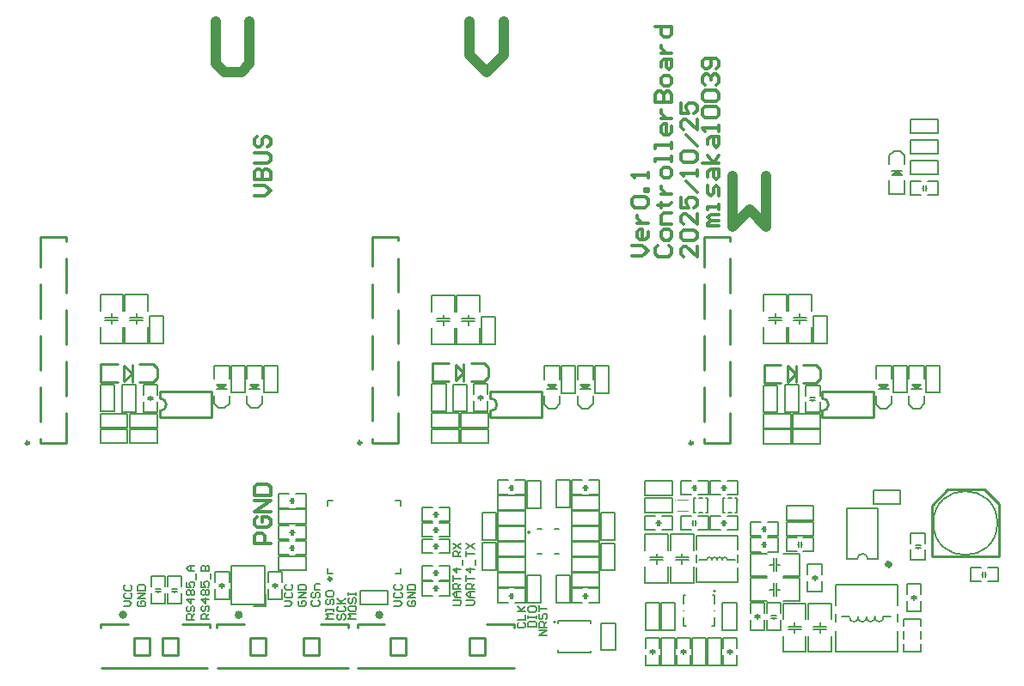
<source format=gbr>
%TF.GenerationSoftware,Altium Limited,Altium Designer,24.0.1 (36)*%
G04 Layer_Color=65535*
%FSLAX45Y45*%
%MOMM*%
%TF.SameCoordinates,B8119A69-DF13-4F5F-B16A-25B655FCA713*%
%TF.FilePolarity,Positive*%
%TF.FileFunction,Legend,Top*%
%TF.Part,Single*%
G01*
G75*
%TA.AperFunction,NonConductor*%
%ADD55C,0.20320*%
%ADD61C,0.10000*%
%ADD62C,0.15001*%
%ADD63C,0.30000*%
%ADD64C,0.40000*%
%ADD65C,0.20000*%
%ADD66C,0.50000*%
%ADD67C,0.25400*%
%ADD68C,0.15240*%
%ADD69C,0.17780*%
%ADD70C,0.12700*%
%ADD71C,0.15000*%
%ADD72C,1.00000*%
D55*
X7076432Y1082048D02*
G03*
X7025632Y1082048I-25400J0D01*
G01*
X7127232D02*
G03*
X7076432Y1082048I-25400J0D01*
G01*
X7025632D02*
G03*
X6974832Y1082048I-25400J0D01*
G01*
X7178032D02*
G03*
X7127232Y1082048I-25400J0D01*
G01*
X8562340Y1093660D02*
G03*
X8511540Y1144460I-50800J0D01*
G01*
Y1144460D02*
G03*
X8460740Y1093660I0J-50800D01*
G01*
X8632718Y522926D02*
G03*
X8715796Y520700I41322J-9186D01*
G01*
X8549640D02*
G03*
X8632718Y522926I41755J-6960D01*
G01*
X8466562D02*
G03*
X8549640Y520700I41322J-9186D01*
G01*
X8383484D02*
G03*
X8466562Y522926I41755J-6960D01*
G01*
X8915400Y177800D02*
X9088120D01*
Y251452D01*
Y429252D02*
Y502920D01*
X8915400D02*
X9088120D01*
Y302252D02*
Y378452D01*
X8915400Y302268D02*
Y378468D01*
Y177800D02*
Y251468D01*
Y429268D02*
Y502920D01*
X6873240Y1183640D02*
Y1323340D01*
X7279640D01*
Y1183640D02*
Y1323340D01*
X7178032Y1082048D02*
X7254240D01*
X6873240Y1056640D02*
Y1132840D01*
Y866140D02*
Y1005840D01*
X6898640Y1082048D02*
X6974832D01*
X7279640Y866140D02*
Y1005840D01*
Y1056640D02*
Y1132840D01*
X6873240Y866140D02*
X7279640D01*
X6593840Y1175720D02*
Y1333200D01*
X6370320Y855680D02*
Y1013160D01*
Y1175720D02*
Y1333200D01*
X6593840Y855680D02*
Y1013160D01*
X6370320Y1333200D02*
X6593840D01*
X6370320Y855680D02*
X6593840D01*
X6845300Y1176020D02*
Y1333500D01*
X6621780Y855980D02*
Y1013460D01*
Y1176020D02*
Y1333500D01*
X6845300Y855980D02*
Y1013460D01*
X6621780Y1333500D02*
X6845300D01*
X6621780Y855980D02*
X6845300D01*
X7952740Y495300D02*
Y652780D01*
X7729220Y175260D02*
Y332740D01*
Y495300D02*
Y652780D01*
X7952740Y175260D02*
Y332740D01*
X7729220Y652780D02*
X7952740D01*
X7729220Y175260D02*
X7952740D01*
X8201660Y495300D02*
Y652780D01*
X7978140Y175260D02*
Y332740D01*
Y495300D02*
Y652780D01*
X8201660Y175260D02*
Y332740D01*
X7978140Y652780D02*
X8201660D01*
X7978140Y175260D02*
X8201660D01*
X7886700Y922020D02*
Y1145540D01*
X7409180Y922020D02*
Y1145540D01*
X7729220D02*
X7886700D01*
X7409180Y922020D02*
X7566660D01*
X7729220D02*
X7886700D01*
X7409180Y1145540D02*
X7566660D01*
X7886700Y678180D02*
Y901700D01*
X7409180Y678180D02*
Y901700D01*
X7729220D02*
X7886700D01*
X7409180Y678180D02*
X7566660D01*
X7729220D02*
X7886700D01*
X7409180Y901700D02*
X7566660D01*
X8562340Y1093660D02*
X8663940D01*
X8359140D02*
X8460740D01*
X8715796Y520700D02*
X8791996D01*
X8307284D02*
X8383484D01*
X8244840Y469900D02*
Y546100D01*
X8854440Y469900D02*
Y546100D01*
Y177800D02*
Y381000D01*
X8244840Y177800D02*
X8854440D01*
X8244840D02*
Y381000D01*
Y635000D02*
Y838200D01*
X8854440D01*
Y635000D02*
Y838200D01*
X7538720Y3220720D02*
Y3378200D01*
X7762240Y3540760D02*
Y3698240D01*
Y3220720D02*
Y3378200D01*
X7538720Y3540760D02*
Y3698240D01*
Y3220720D02*
X7762240D01*
X7538720Y3698240D02*
X7762240D01*
X7782560Y3220720D02*
Y3378200D01*
X8006080Y3540760D02*
Y3698240D01*
Y3220720D02*
Y3378200D01*
X7782560Y3540760D02*
Y3698240D01*
Y3220720D02*
X8006080D01*
X7782560Y3698240D02*
X8006080D01*
X4516120Y3210860D02*
Y3368340D01*
X4739640Y3530900D02*
Y3688380D01*
Y3210860D02*
Y3368340D01*
X4516120Y3530900D02*
Y3688380D01*
Y3210860D02*
X4739640D01*
X4516120Y3688380D02*
X4739640D01*
X1002895Y3220720D02*
Y3378200D01*
X1226415Y3540760D02*
Y3698240D01*
Y3220720D02*
Y3378200D01*
X1002895Y3540760D02*
Y3698240D01*
Y3220720D02*
X1226415D01*
X1002895Y3698240D02*
X1226415D01*
X4269740Y3210860D02*
Y3368340D01*
X4493260Y3530900D02*
Y3688380D01*
Y3210860D02*
Y3368340D01*
X4269740Y3530900D02*
Y3688380D01*
Y3210860D02*
X4493260D01*
X4269740Y3688380D02*
X4493260D01*
X1246735Y3220720D02*
Y3378200D01*
X1470255Y3540760D02*
Y3698240D01*
Y3220720D02*
Y3378200D01*
X1246735Y3540760D02*
Y3698240D01*
Y3220720D02*
X1470255D01*
X1246735Y3698240D02*
X1470255D01*
D61*
X7000138Y1675344D02*
G03*
X7000138Y1675344I-2210J0D01*
G01*
X7289178Y1675524D02*
G03*
X7289178Y1675524I-2210J0D01*
G01*
X6669976Y1671307D02*
G03*
X6669976Y1671307I-5004J0D01*
G01*
X6690370Y1678935D02*
X6790370D01*
X6691970Y1562092D02*
X6791970D01*
D62*
X7061060Y774390D02*
G03*
X7061060Y774390I-7493J0D01*
G01*
X5486273Y469900D02*
G03*
X5486273Y469900I-7493J0D01*
G01*
X6902083Y1690337D02*
X6931822D01*
X6850941Y1550340D02*
Y1690337D01*
X6866828D01*
X6967077D02*
X6982939D01*
X6850941Y1550340D02*
X6866828D01*
X6902083D02*
X6931822D01*
X6967077D02*
X6982939D01*
Y1690337D01*
X7191124Y1690517D02*
X7220862D01*
X7139981Y1550520D02*
Y1690517D01*
X7155868D01*
X7256117D02*
X7271979D01*
X7139981Y1550520D02*
X7155868D01*
X7191124D02*
X7220862D01*
X7256117D02*
X7271979D01*
Y1690517D01*
X6750797Y733742D02*
X6765884D01*
X6750797Y648655D02*
Y733742D01*
X7035709D02*
X7050796D01*
Y648655D02*
Y733742D01*
X6750797Y583654D02*
Y583829D01*
Y433740D02*
Y518828D01*
Y433740D02*
X6771378D01*
X7050796Y583654D02*
Y583829D01*
Y433743D02*
Y518825D01*
X7030209Y433740D02*
X7050796D01*
D63*
X3279180Y895560D02*
G03*
X3279180Y895560I-15000J0D01*
G01*
X3573221Y2237740D02*
G03*
X3573221Y2237740I-15011J0D01*
G01*
X301701Y2235200D02*
G03*
X301701Y2235200I-15011J0D01*
G01*
X6837121D02*
G03*
X6837121Y2235200I-15011J0D01*
G01*
X7094700Y4378480D02*
X6988068D01*
Y4405138D01*
X7014726Y4431796D01*
X7094700D01*
X7014726D01*
X6988068Y4458454D01*
X7014726Y4485112D01*
X7094700D01*
Y4538428D02*
Y4591744D01*
Y4565086D01*
X6988068D01*
Y4538428D01*
X7094700Y4671718D02*
Y4751692D01*
X7068042Y4778350D01*
X7041384Y4751692D01*
Y4698376D01*
X7014726Y4671718D01*
X6988068Y4698376D01*
Y4778350D01*
Y4858324D02*
Y4911640D01*
X7014726Y4938298D01*
X7094700D01*
Y4858324D01*
X7068042Y4831666D01*
X7041384Y4858324D01*
Y4938298D01*
X7094700Y4991614D02*
X6934752D01*
X7041384D02*
X6988068Y5071589D01*
X7041384Y4991614D02*
X7094700Y5071589D01*
X6988068Y5178221D02*
Y5231537D01*
X7014726Y5258195D01*
X7094700D01*
Y5178221D01*
X7068042Y5151562D01*
X7041384Y5178221D01*
Y5258195D01*
X7094700Y5311511D02*
Y5364827D01*
Y5338169D01*
X6934752D01*
X6961410Y5311511D01*
Y5444801D02*
X6934752Y5471459D01*
Y5524775D01*
X6961410Y5551433D01*
X7068042D01*
X7094700Y5524775D01*
Y5471459D01*
X7068042Y5444801D01*
X6961410D01*
Y5604749D02*
X6934752Y5631407D01*
Y5684723D01*
X6961410Y5711381D01*
X7068042D01*
X7094700Y5684723D01*
Y5631407D01*
X7068042Y5604749D01*
X6961410D01*
Y5764697D02*
X6934752Y5791355D01*
Y5844671D01*
X6961410Y5871329D01*
X6988068D01*
X7014726Y5844671D01*
Y5818013D01*
Y5844671D01*
X7041384Y5871329D01*
X7068042D01*
X7094700Y5844671D01*
Y5791355D01*
X7068042Y5764697D01*
Y5924645D02*
X7094700Y5951303D01*
Y6004619D01*
X7068042Y6031277D01*
X6961410D01*
X6934752Y6004619D01*
Y5951303D01*
X6961410Y5924645D01*
X6988068D01*
X7014726Y5951303D01*
Y6031277D01*
X6878800Y4177772D02*
Y4071140D01*
X6772168Y4177772D01*
X6745510D01*
X6718852Y4151114D01*
Y4097798D01*
X6745510Y4071140D01*
Y4231088D02*
X6718852Y4257746D01*
Y4311062D01*
X6745510Y4337720D01*
X6852142D01*
X6878800Y4311062D01*
Y4257746D01*
X6852142Y4231088D01*
X6745510D01*
X6878800Y4497668D02*
Y4391036D01*
X6772168Y4497668D01*
X6745510D01*
X6718852Y4471010D01*
Y4417694D01*
X6745510Y4391036D01*
X6718852Y4657617D02*
Y4550984D01*
X6798826D01*
X6772168Y4604300D01*
Y4630958D01*
X6798826Y4657617D01*
X6852142D01*
X6878800Y4630958D01*
Y4577642D01*
X6852142Y4550984D01*
X6878800Y4710932D02*
X6772168Y4817565D01*
X6878800Y4870881D02*
Y4924197D01*
Y4897539D01*
X6718852D01*
X6745510Y4870881D01*
Y5004171D02*
X6718852Y5030829D01*
Y5084145D01*
X6745510Y5110803D01*
X6852142D01*
X6878800Y5084145D01*
Y5030829D01*
X6852142Y5004171D01*
X6745510D01*
X6878800Y5164119D02*
X6772168Y5270751D01*
X6878800Y5430699D02*
Y5324067D01*
X6772168Y5430699D01*
X6745510D01*
X6718852Y5404041D01*
Y5350725D01*
X6745510Y5324067D01*
X6718852Y5590647D02*
Y5484015D01*
X6798826D01*
X6772168Y5537331D01*
Y5563989D01*
X6798826Y5590647D01*
X6852142D01*
X6878800Y5563989D01*
Y5510673D01*
X6852142Y5484015D01*
X6236252Y4078760D02*
X6342884D01*
X6396200Y4132076D01*
X6342884Y4185392D01*
X6236252D01*
X6396200Y4318682D02*
Y4265366D01*
X6369542Y4238708D01*
X6316226D01*
X6289568Y4265366D01*
Y4318682D01*
X6316226Y4345340D01*
X6342884D01*
Y4238708D01*
X6289568Y4398656D02*
X6396200D01*
X6342884D01*
X6316226Y4425314D01*
X6289568Y4451972D01*
Y4478630D01*
X6262910Y4558604D02*
X6236252Y4585262D01*
Y4638578D01*
X6262910Y4665237D01*
X6369542D01*
X6396200Y4638578D01*
Y4585262D01*
X6369542Y4558604D01*
X6262910D01*
X6396200Y4718552D02*
X6369542D01*
Y4745210D01*
X6396200D01*
Y4718552D01*
Y4851842D02*
Y4905159D01*
Y4878501D01*
X6236252D01*
X6262910Y4851842D01*
X6496590Y4182852D02*
X6469932Y4156194D01*
Y4102878D01*
X6496590Y4076220D01*
X6603222D01*
X6629880Y4102878D01*
Y4156194D01*
X6603222Y4182852D01*
X6629880Y4262826D02*
Y4316142D01*
X6603222Y4342800D01*
X6549906D01*
X6523248Y4316142D01*
Y4262826D01*
X6549906Y4236168D01*
X6603222D01*
X6629880Y4262826D01*
Y4396116D02*
X6523248D01*
Y4476090D01*
X6549906Y4502748D01*
X6629880D01*
X6496590Y4582722D02*
X6523248D01*
Y4556064D01*
Y4609380D01*
Y4582722D01*
X6603222D01*
X6629880Y4609380D01*
X6523248Y4689354D02*
X6629880D01*
X6576564D01*
X6549906Y4716012D01*
X6523248Y4742670D01*
Y4769329D01*
X6629880Y4875961D02*
Y4929277D01*
X6603222Y4955935D01*
X6549906D01*
X6523248Y4929277D01*
Y4875961D01*
X6549906Y4849302D01*
X6603222D01*
X6629880Y4875961D01*
Y5009251D02*
Y5062567D01*
Y5035909D01*
X6469932D01*
Y5009251D01*
X6629880Y5142541D02*
Y5195857D01*
Y5169199D01*
X6469932D01*
Y5142541D01*
X6629880Y5355805D02*
Y5302489D01*
X6603222Y5275831D01*
X6549906D01*
X6523248Y5302489D01*
Y5355805D01*
X6549906Y5382463D01*
X6576564D01*
Y5275831D01*
X6523248Y5435779D02*
X6629880D01*
X6576564D01*
X6549906Y5462437D01*
X6523248Y5489095D01*
Y5515753D01*
X6469932Y5595727D02*
X6629880D01*
Y5675701D01*
X6603222Y5702359D01*
X6576564D01*
X6549906Y5675701D01*
Y5595727D01*
Y5675701D01*
X6523248Y5702359D01*
X6496590D01*
X6469932Y5675701D01*
Y5595727D01*
X6629880Y5782333D02*
Y5835649D01*
X6603222Y5862307D01*
X6549906D01*
X6523248Y5835649D01*
Y5782333D01*
X6549906Y5755675D01*
X6603222D01*
X6629880Y5782333D01*
X6523248Y5942281D02*
Y5995597D01*
X6549906Y6022255D01*
X6629880D01*
Y5942281D01*
X6603222Y5915623D01*
X6576564Y5942281D01*
Y6022255D01*
X6523248Y6075571D02*
X6629880D01*
X6576564D01*
X6549906Y6102229D01*
X6523248Y6128887D01*
Y6155545D01*
X6469932Y6342152D02*
X6629880D01*
Y6262177D01*
X6603222Y6235519D01*
X6549906D01*
X6523248Y6262177D01*
Y6342152D01*
X2520232Y4671983D02*
X2626864D01*
X2680180Y4725299D01*
X2626864Y4778615D01*
X2520232D01*
Y4831931D02*
X2680180D01*
Y4911905D01*
X2653522Y4938563D01*
X2626864D01*
X2600206Y4911905D01*
Y4831931D01*
Y4911905D01*
X2573548Y4938563D01*
X2546890D01*
X2520232Y4911905D01*
Y4831931D01*
Y4991879D02*
X2653522D01*
X2680180Y5018537D01*
Y5071853D01*
X2653522Y5098512D01*
X2520232D01*
X2546890Y5258460D02*
X2520232Y5231802D01*
Y5178485D01*
X2546890Y5151827D01*
X2573548D01*
X2600206Y5178485D01*
Y5231802D01*
X2626864Y5258460D01*
X2653522D01*
X2680180Y5231802D01*
Y5178485D01*
X2653522Y5151827D01*
X2680180Y1241580D02*
X2520232D01*
Y1321554D01*
X2546890Y1348212D01*
X2600206D01*
X2626864Y1321554D01*
Y1241580D01*
X2546890Y1508160D02*
X2520232Y1481502D01*
Y1428186D01*
X2546890Y1401528D01*
X2653522D01*
X2680180Y1428186D01*
Y1481502D01*
X2653522Y1508160D01*
X2600206D01*
Y1454844D01*
X2680180Y1561476D02*
X2520232D01*
X2680180Y1668108D01*
X2520232D01*
Y1721424D02*
X2680180D01*
Y1801398D01*
X2653522Y1828057D01*
X2546890D01*
X2520232Y1801398D01*
Y1721424D01*
D64*
X1246740Y540300D02*
G03*
X1246740Y540300I-20000J0D01*
G01*
X3771580D02*
G03*
X3771580Y540300I-20000J0D01*
G01*
X2388120D02*
G03*
X2388120Y540300I-20000J0D01*
G01*
D65*
X5232740Y1354920D02*
G03*
X5232740Y1354920I-10000J0D01*
G01*
X9837460Y1445260D02*
G03*
X9837460Y1445260I-315000J0D01*
G01*
X8359140Y1593660D02*
X8663940D01*
X8359140Y1093660D02*
Y1593660D01*
X8663940Y1093660D02*
Y1593660D01*
X2517140Y627380D02*
X2628900D01*
X2631440D02*
Y741680D01*
D66*
X8780990Y1038860D02*
G03*
X8780990Y1038860I-15450J0D01*
G01*
D67*
X4846320Y2550160D02*
G03*
X4846320Y2677160I0J63500D01*
G01*
X1590040Y2550160D02*
G03*
X1590040Y2677160I0J63500D01*
G01*
X8110440Y2550160D02*
G03*
X8110440Y2677160I0J63500D01*
G01*
X8836660Y4899660D02*
X8851900Y4904740D01*
X8867140Y4886960D01*
X8823960Y4889500D02*
X8867140Y4886960D01*
X1769140Y146600D02*
Y311700D01*
X1616740Y146600D02*
X1769140D01*
X1616740D02*
Y311700D01*
X1769140D01*
X1335960D02*
X1488360D01*
Y146600D02*
Y311700D01*
X1335960Y146600D02*
X1488360D01*
X1335960D02*
Y311700D01*
X1013540Y12700D02*
X2054240D01*
X1010840Y413300D02*
Y448860D01*
X1277540D01*
X1812320D02*
X2079020D01*
Y413300D02*
Y448860D01*
X4793980Y146600D02*
Y311700D01*
X4641580Y146600D02*
X4793980D01*
X4641580D02*
Y311700D01*
X4793980D01*
X3860800D02*
X4013200D01*
Y146600D02*
Y311700D01*
X3860800Y146600D02*
X4013200D01*
X3860800D02*
Y311700D01*
X3538380Y12700D02*
X5079080D01*
X3535680Y413300D02*
Y448860D01*
X3802380D01*
X4811760D02*
X5078460D01*
Y413300D02*
Y448860D01*
X3445000Y413300D02*
Y448860D01*
X3178300D02*
X3445000D01*
X2152220D02*
X2418920D01*
X2152220Y413300D02*
Y448860D01*
X2154920Y12700D02*
X3445620D01*
X2477340Y146600D02*
Y311700D01*
Y146600D02*
X2629740D01*
Y311700D01*
X2477340D02*
X2629740D01*
X3008120D02*
X3160520D01*
X3008120Y146600D02*
Y311700D01*
Y146600D02*
X3160520D01*
Y311700D01*
X3685210Y2451351D02*
Y2786123D01*
Y2959351D02*
Y3294123D01*
Y3975357D02*
Y4269743D01*
Y3467351D02*
Y3802123D01*
Y4269743D02*
X3939210D01*
X3685210Y2237737D02*
Y2278123D01*
X3939210Y2705351D02*
Y3040123D01*
X3685210Y2237737D02*
X3939210D01*
Y2532123D01*
Y3213351D02*
Y3548123D01*
Y4229357D02*
Y4269743D01*
Y3721351D02*
Y4056123D01*
X9039860Y2784660D02*
X9055100Y2789740D01*
X9024620Y2802440D02*
X9039860Y2784660D01*
X9024620Y2802440D02*
X9067800Y2799900D01*
X8714740Y2784960D02*
X8729980Y2790040D01*
X8699500Y2802740D02*
X8714740Y2784960D01*
X8699500Y2802740D02*
X8742680Y2800200D01*
X667690Y3718811D02*
Y4053583D01*
Y4226817D02*
Y4267203D01*
Y3210811D02*
Y3545583D01*
Y2235197D02*
Y2529583D01*
X413690Y2235197D02*
X667690D01*
Y2702811D02*
Y3037583D01*
X413690Y2235197D02*
Y2275583D01*
Y4267203D02*
X667690D01*
X413690Y3464811D02*
Y3799583D01*
Y3972817D02*
Y4267203D01*
Y2956811D02*
Y3291583D01*
Y2448811D02*
Y2783583D01*
X7203110Y3718811D02*
Y4053583D01*
Y4226817D02*
Y4267203D01*
Y3210811D02*
Y3545583D01*
Y2235197D02*
Y2529583D01*
X6949110Y2235197D02*
X7203110D01*
Y2702811D02*
Y3037583D01*
X6949110Y2235197D02*
Y2275583D01*
Y4267203D02*
X7203110D01*
X6949110Y3464811D02*
Y3799583D01*
Y3972817D02*
Y4267203D01*
Y2956811D02*
Y3291583D01*
Y2448811D02*
Y2783583D01*
X4846320Y2486660D02*
Y2550160D01*
Y2677160D02*
Y2740660D01*
X5354320D01*
Y2486660D02*
Y2740660D01*
X4846320Y2486660D02*
X5354320D01*
X1590040D02*
Y2550160D01*
Y2677160D02*
Y2740660D01*
X2098040D01*
Y2486660D02*
Y2740660D01*
X1590040Y2486660D02*
X2098040D01*
X8110440D02*
Y2550160D01*
Y2677160D02*
Y2740660D01*
X8618440D01*
Y2486660D02*
Y2740660D01*
X8110440Y2486660D02*
X8618440D01*
X9192460Y1115260D02*
Y1620260D01*
X9347460Y1775260D01*
X9707460D01*
X9852460Y1115260D02*
Y1630260D01*
X9192460Y1115260D02*
X9852460D01*
X9707460Y1775260D02*
X9852460Y1630260D01*
X7771604Y2836672D02*
X7848820Y2913888D01*
X7771604Y2836672D02*
Y2993390D01*
X7852884Y2912110D01*
X7540210Y3004820D02*
X7705310D01*
X7540210Y2827020D02*
X7705310D01*
X7540210D02*
Y3004820D01*
X7852884Y2831846D02*
Y2996438D01*
X8054560Y2827020D02*
X8097740Y2870200D01*
X7921210Y2827020D02*
X8054560D01*
X7921210Y3004820D02*
X8054560D01*
X8097740Y2961640D01*
Y2870200D02*
Y2961640D01*
X4502404Y2851912D02*
X4579620Y2929128D01*
X4502404Y2851912D02*
Y3008630D01*
X4583684Y2927350D01*
X4271010Y3020060D02*
X4436110D01*
X4271010Y2842260D02*
X4436110D01*
X4271010D02*
Y3020060D01*
X4583684Y2847086D02*
Y3011678D01*
X4785360Y2842260D02*
X4828540Y2885440D01*
X4652010Y2842260D02*
X4785360D01*
X4652010Y3020060D02*
X4785360D01*
X4828540Y2976880D01*
Y2885440D02*
Y2976880D01*
X1239774Y2843132D02*
X1316990Y2920348D01*
X1239774Y2843132D02*
Y2999850D01*
X1321054Y2918570D01*
X1008380Y3011280D02*
X1173480D01*
X1008380Y2833480D02*
X1173480D01*
X1008380D02*
Y3011280D01*
X1321054Y2838306D02*
Y3002898D01*
X1522730Y2833480D02*
X1565910Y2876660D01*
X1389380Y2833480D02*
X1522730D01*
X1389380Y3011280D02*
X1522730D01*
X1565910Y2968100D01*
Y2876660D02*
Y2968100D01*
X5760720Y2801320D02*
X5803900Y2798780D01*
X5760720Y2801320D02*
X5775960Y2783540D01*
X5791200Y2788620D01*
X2504440Y2803860D02*
X2547620Y2801320D01*
X2504440Y2803860D02*
X2519680Y2786080D01*
X2534920Y2791160D01*
X5435600Y2801620D02*
X5478780Y2799080D01*
X5435600Y2801620D02*
X5450840Y2783840D01*
X5466080Y2788920D01*
X2179320Y2803860D02*
X2222500Y2801320D01*
X2179320Y2803860D02*
X2194560Y2786080D01*
X2209800Y2791160D01*
D68*
X9131300Y4724400D02*
Y4775200D01*
X9110980Y4724400D02*
Y4775200D01*
X9098280Y4749800D02*
X9110980D01*
X9131300D02*
X9144000D01*
X8986520Y4818380D02*
X9088120D01*
X9154160Y4681220D02*
X9255760D01*
X8986520D02*
X9088120D01*
X9154160Y4818380D02*
X9255760D01*
X8986520Y4681220D02*
Y4818380D01*
X9255760Y4681220D02*
Y4818380D01*
X8806180Y4879340D02*
X8895080D01*
X8851900Y4919980D02*
X8895080Y4879340D01*
X8798560Y4919980D02*
X8900160D01*
X8806180Y4879340D02*
X8846820Y4919980D01*
X4175760Y883920D02*
Y1021080D01*
X4445000Y883920D02*
Y1021080D01*
X4175760Y883920D02*
X4277360D01*
X4343400Y1021080D02*
X4445000D01*
X4175760D02*
X4277360D01*
X4343400Y883920D02*
X4445000D01*
X4287520Y952500D02*
X4300220D01*
X4320540D02*
X4333240D01*
X4320540Y927100D02*
Y977900D01*
X4300220Y927100D02*
Y977900D01*
X4175760Y731520D02*
Y868680D01*
X4445000Y731520D02*
Y868680D01*
X4175760Y731520D02*
X4277360D01*
X4343400Y868680D02*
X4445000D01*
X4175760D02*
X4277360D01*
X4343400Y731520D02*
X4445000D01*
X4287520Y800100D02*
X4300220D01*
X4320540D02*
X4333240D01*
X4320540Y774700D02*
Y825500D01*
X4300220Y774700D02*
Y825500D01*
X2758440Y982980D02*
Y1120140D01*
X3027680D01*
Y982980D02*
Y1120140D01*
X2758440Y982980D02*
X3027680D01*
X2758440Y1595120D02*
Y1732280D01*
X3027680Y1595120D02*
Y1732280D01*
X2758440Y1595120D02*
X2860040D01*
X2926080Y1732280D02*
X3027680D01*
X2758440D02*
X2860040D01*
X2926080Y1595120D02*
X3027680D01*
X2870200Y1663700D02*
X2882900D01*
X2903220D02*
X2915920D01*
X2903220Y1638300D02*
Y1689100D01*
X2882900Y1638300D02*
Y1689100D01*
X2759600Y1287780D02*
Y1424940D01*
X3028840Y1287780D02*
Y1424940D01*
X2759600Y1287780D02*
X2861200D01*
X2927240Y1424940D02*
X3028840D01*
X2759600D02*
X2861200D01*
X2927240Y1287780D02*
X3028840D01*
X2871360Y1356360D02*
X2884060D01*
X2904380D02*
X2917080D01*
X2904380Y1330960D02*
Y1381760D01*
X2884060Y1330960D02*
Y1381760D01*
X2758440Y1135380D02*
Y1272540D01*
X3027680Y1135380D02*
Y1272540D01*
X2758440Y1135380D02*
X2860040D01*
X2926080Y1272540D02*
X3027680D01*
X2758440D02*
X2860040D01*
X2926080Y1135380D02*
X3027680D01*
X2870200Y1203960D02*
X2882900D01*
X2903220D02*
X2915920D01*
X2903220Y1178560D02*
Y1229360D01*
X2882900Y1178560D02*
Y1229360D01*
X4443840Y1463040D02*
Y1600200D01*
X4174600Y1463040D02*
Y1600200D01*
X4342240D02*
X4443840D01*
X4174600Y1463040D02*
X4276200D01*
X4342240D02*
X4443840D01*
X4174600Y1600200D02*
X4276200D01*
X4319380Y1531620D02*
X4332080D01*
X4286360D02*
X4299060D01*
Y1506220D02*
Y1557020D01*
X4319380Y1506220D02*
Y1557020D01*
X4443840Y1308100D02*
Y1445260D01*
X4174600Y1308100D02*
Y1445260D01*
X4342240D02*
X4443840D01*
X4174600Y1308100D02*
X4276200D01*
X4342240D02*
X4443840D01*
X4174600Y1445260D02*
X4276200D01*
X4319380Y1376680D02*
X4332080D01*
X4286360D02*
X4299060D01*
Y1351280D02*
Y1402080D01*
X4319380Y1351280D02*
Y1402080D01*
X4445000Y1153160D02*
Y1290320D01*
X4175760Y1153160D02*
Y1290320D01*
X4343400D02*
X4445000D01*
X4175760Y1153160D02*
X4277360D01*
X4343400D02*
X4445000D01*
X4175760Y1290320D02*
X4277360D01*
X4320540Y1221740D02*
X4333240D01*
X4287520D02*
X4300220D01*
Y1196340D02*
Y1247140D01*
X4320540Y1196340D02*
Y1247140D01*
X2758440Y1442720D02*
Y1579880D01*
X3027680D01*
Y1442720D02*
Y1579880D01*
X2758440Y1442720D02*
X3027680D01*
X3831700Y640080D02*
Y777240D01*
X3562460Y640080D02*
X3831700D01*
X3562460D02*
Y777240D01*
X3831700D01*
X6070600Y1281540D02*
Y1550780D01*
X5933440D02*
X6070600D01*
X5933440Y1281540D02*
Y1550780D01*
Y1281540D02*
X6070600D01*
X4917440Y815340D02*
X5186680D01*
Y952500D01*
X4917440D02*
X5186680D01*
X4917440Y815340D02*
Y952500D01*
X5041900Y706120D02*
Y756920D01*
X5062220Y706120D02*
Y756920D01*
Y731520D02*
X5074920D01*
X5029200D02*
X5041900D01*
X5085080Y662940D02*
X5186680D01*
X4917440Y800100D02*
X5019040D01*
X5085080D02*
X5186680D01*
X4917440Y662940D02*
X5019040D01*
X5186680D02*
Y800100D01*
X4917440Y662940D02*
Y800100D01*
X8948420Y845820D02*
X9085580D01*
X8948420Y576580D02*
X9085580D01*
X8948420Y744220D02*
Y845820D01*
X9085580Y576580D02*
Y678180D01*
Y744220D02*
Y845820D01*
X8948420Y576580D02*
Y678180D01*
X9017000Y721360D02*
Y734060D01*
Y688340D02*
Y701040D01*
X8991600D02*
X9042400D01*
X8991600Y721360D02*
X9042400D01*
X9573260Y871220D02*
Y1008380D01*
X9842500Y871220D02*
Y1008380D01*
X9573260Y871220D02*
X9674860D01*
X9740900Y1008380D02*
X9842500D01*
X9573260D02*
X9674860D01*
X9740900Y871220D02*
X9842500D01*
X9685020Y939800D02*
X9697720D01*
X9718040D02*
X9730740D01*
X9718040Y914400D02*
Y965200D01*
X9697720Y914400D02*
Y965200D01*
X1663700Y649080D02*
X1800860D01*
X1663700Y918320D02*
X1800860D01*
Y649080D02*
Y750680D01*
X1663700Y816720D02*
Y918320D01*
Y649080D02*
Y750680D01*
X1800860Y816720D02*
Y918320D01*
X1732280Y760840D02*
Y773540D01*
Y793860D02*
Y806560D01*
X1706880Y793860D02*
X1757680D01*
X1706880Y773540D02*
X1757680D01*
X5829300Y454660D02*
X5829440Y480200D01*
X5514200D02*
X5829440D01*
X5514200D02*
X5514340Y457200D01*
X5514200Y164960D02*
X5514340Y190500D01*
X5514200Y164960D02*
X5829440D01*
X5829300Y187960D02*
X5829440Y164960D01*
X5938520Y190500D02*
X6075680D01*
X5938520D02*
Y459740D01*
X6075680D01*
Y190500D02*
Y459740D01*
X1508760Y918320D02*
X1645920D01*
X1508760Y649080D02*
X1645920D01*
X1508760Y816720D02*
Y918320D01*
X1645920Y649080D02*
Y750680D01*
Y816720D02*
Y918320D01*
X1508760Y649080D02*
Y750680D01*
X1577340Y793860D02*
Y806560D01*
Y760840D02*
Y773540D01*
X1551940D02*
X1602740D01*
X1551940Y793860D02*
X1602740D01*
X4478020Y2545080D02*
X4615180D01*
X4478020D02*
Y2814320D01*
X4615180D01*
Y2545080D02*
Y2814320D01*
X1216660Y2542540D02*
X1353820D01*
X1216660D02*
Y2811780D01*
X1353820D01*
Y2542540D02*
Y2811780D01*
X7744460Y2537460D02*
X7881620D01*
X7744460D02*
Y2806700D01*
X7881620D01*
Y2537460D02*
Y2806700D01*
X8996680Y2810060D02*
X9085580D01*
X8996680D02*
X9039860Y2769420D01*
X8991600D02*
X9093200D01*
X9044940D02*
X9085580Y2810060D01*
X9273540Y2730240D02*
Y2999480D01*
X9136380D02*
X9273540D01*
X9136380Y2730240D02*
Y2999480D01*
Y2730240D02*
X9273540D01*
X4406900Y2547620D02*
Y2816860D01*
X4269740D02*
X4406900D01*
X4269740Y2547620D02*
Y2816860D01*
Y2547620D02*
X4406900D01*
X5186680Y1272540D02*
Y1409700D01*
X4917440Y1272540D02*
X5186680D01*
X4917440D02*
Y1409700D01*
X5186680D01*
Y1424940D02*
Y1562100D01*
X4917440Y1424940D02*
X5186680D01*
X4917440D02*
Y1562100D01*
X5186680D01*
Y1120140D02*
Y1257300D01*
X4917440Y1120140D02*
X5186680D01*
X4917440D02*
Y1257300D01*
X5186680D01*
Y967740D02*
Y1104900D01*
X4917440Y967740D02*
X5186680D01*
X4917440D02*
Y1104900D01*
X5186680D01*
X4917440Y1577340D02*
Y1714500D01*
X5186680D01*
Y1577340D02*
Y1714500D01*
X4917440Y1577340D02*
X5186680D01*
X4917440Y1729740D02*
Y1866900D01*
X5186680Y1729740D02*
Y1866900D01*
X4917440Y1729740D02*
X5019040D01*
X5085080Y1866900D02*
X5186680D01*
X4917440D02*
X5019040D01*
X5085080Y1729740D02*
X5186680D01*
X5029200Y1798320D02*
X5041900D01*
X5062220D02*
X5074920D01*
X5062220Y1772920D02*
Y1823720D01*
X5041900Y1772920D02*
Y1823720D01*
X6482080Y1043640D02*
Y1081740D01*
Y1107140D02*
Y1145240D01*
X6418580Y1107140D02*
X6545580D01*
X6418580Y1081740D02*
X6545580D01*
X6733540Y1043940D02*
Y1082040D01*
Y1107440D02*
Y1145540D01*
X6670040Y1107440D02*
X6797040D01*
X6670040Y1082040D02*
X6797040D01*
X6827840Y43710D02*
X6965000D01*
Y312950D01*
X6827840Y43710D02*
Y312950D01*
X6965000D01*
X6523040Y43710D02*
X6660200D01*
Y312950D01*
X6523040Y43710D02*
Y312950D01*
X6660200D01*
X6507800Y43710D02*
Y145310D01*
X6439220Y155470D02*
Y168170D01*
X6370640Y43710D02*
X6507800D01*
X6370640D02*
Y145310D01*
X6413820Y168170D02*
X6464620D01*
X6413820Y188490D02*
X6464620D01*
X6507800Y211350D02*
Y312950D01*
X6439220Y188490D02*
Y201190D01*
X6370640Y312950D02*
X6507800D01*
X6370640Y211350D02*
Y312950D01*
X6812600Y211350D02*
Y312950D01*
X6744020Y188490D02*
Y201190D01*
X6718620Y168170D02*
X6769420D01*
X6812600Y43710D02*
Y145310D01*
X6744020Y155470D02*
Y168170D01*
X6675440Y312950D02*
X6812600D01*
X6675440Y211350D02*
Y312950D01*
X6718620Y188490D02*
X6769420D01*
X6675440Y43710D02*
X6812600D01*
X6675440D02*
Y145310D01*
X6980240Y312950D02*
X7117400D01*
X6980240Y43710D02*
Y312950D01*
X7117400Y43710D02*
Y312950D01*
X6980240Y43710D02*
X7117400D01*
X7840980Y363220D02*
Y401320D01*
Y426720D02*
Y464820D01*
X7777480Y426720D02*
X7904480D01*
X7777480Y401320D02*
X7904480D01*
X8615680Y1630680D02*
Y1767840D01*
Y1630680D02*
X8884920D01*
X8615680Y1767840D02*
X8884920D01*
Y1630680D02*
Y1767840D01*
X8089900Y363220D02*
Y401320D01*
Y426720D02*
Y464820D01*
X8026400Y426720D02*
X8153400D01*
X8026400Y401320D02*
X8153400D01*
X8671560Y2810360D02*
X8760460D01*
X8671560D02*
X8714740Y2769720D01*
X8666480D02*
X8768080D01*
X8719820D02*
X8760460Y2810360D01*
X6367780Y1379220D02*
Y1516380D01*
X6637020Y1379220D02*
Y1516380D01*
X6367780Y1379220D02*
X6469380D01*
X6535420Y1516380D02*
X6637020D01*
X6367780D02*
X6469380D01*
X6535420Y1379220D02*
X6637020D01*
X6479540Y1447800D02*
X6492240D01*
X6512560D02*
X6525260D01*
X6512560Y1422400D02*
Y1473200D01*
X6492240Y1422400D02*
Y1473200D01*
X6637020Y1551940D02*
Y1689100D01*
X6367780Y1551940D02*
X6637020D01*
X6367780D02*
Y1689100D01*
X6637020D01*
Y1722120D02*
Y1859280D01*
X6367780Y1722120D02*
X6637020D01*
X6367780D02*
Y1859280D01*
X6637020D01*
X4765040Y1279000D02*
X4902200D01*
X4765040D02*
Y1548240D01*
X4902200D01*
Y1279000D02*
Y1548240D01*
X5204460Y1864360D02*
X5341620D01*
Y1595120D02*
Y1864360D01*
X5204460Y1595120D02*
X5341620D01*
X5204460D02*
Y1864360D01*
X4765040Y1250840D02*
X4902200D01*
Y981600D02*
Y1250840D01*
X4765040Y981600D02*
X4902200D01*
X4765040D02*
Y1250840D01*
X5204460Y662940D02*
X5341620D01*
X5204460D02*
Y932180D01*
X5341620D01*
Y662940D02*
Y932180D01*
X5933440Y1248300D02*
X6070600D01*
Y979060D02*
Y1248300D01*
X5933440Y979060D02*
X6070600D01*
X5933440D02*
Y1248300D01*
X5648960Y1120140D02*
Y1257300D01*
X5918200D01*
Y1120140D02*
Y1257300D01*
X5648960Y1120140D02*
X5918200D01*
X5494020Y662940D02*
X5631180D01*
X5494020D02*
Y932180D01*
X5631180D01*
Y662940D02*
Y932180D01*
X5648960Y967740D02*
Y1104900D01*
X5918200D01*
Y967740D02*
Y1104900D01*
X5648960Y967740D02*
X5918200D01*
X5918200Y815340D02*
Y952500D01*
X5648960Y815340D02*
X5918200D01*
X5648960D02*
Y952500D01*
X5918200D01*
X5918200Y662940D02*
Y800100D01*
X5648960Y662940D02*
Y800100D01*
X5816600D02*
X5918200D01*
X5648960Y662940D02*
X5750560D01*
X5816600D02*
X5918200D01*
X5648960Y800100D02*
X5750560D01*
X5793740Y731520D02*
X5806440D01*
X5760720D02*
X5773420D01*
Y706120D02*
Y756920D01*
X5793740Y706120D02*
Y756920D01*
X5648960Y1272540D02*
Y1409700D01*
X5918200D01*
Y1272540D02*
Y1409700D01*
X5648960Y1272540D02*
X5918200D01*
X5494020Y1866900D02*
X5631180D01*
Y1597660D02*
Y1866900D01*
X5494020Y1597660D02*
X5631180D01*
X5494020D02*
Y1866900D01*
X5648960Y1424940D02*
Y1562100D01*
X5918200D01*
Y1424940D02*
Y1562100D01*
X5648960Y1424940D02*
X5918200D01*
X5918200Y1577340D02*
Y1714500D01*
X5648960Y1577340D02*
X5918200D01*
X5648960D02*
Y1714500D01*
X5918200D01*
X5918200Y1729740D02*
Y1866900D01*
X5648960Y1729740D02*
Y1866900D01*
X5816600D02*
X5918200D01*
X5648960Y1729740D02*
X5750560D01*
X5816600D02*
X5918200D01*
X5648960Y1866900D02*
X5750560D01*
X5793740Y1798320D02*
X5806440D01*
X5760720D02*
X5773420D01*
Y1772920D02*
Y1823720D01*
X5793740Y1772920D02*
Y1823720D01*
X7132320Y387460D02*
Y656700D01*
Y387460D02*
X7269480D01*
X7132320Y656700D02*
X7269480D01*
Y387460D02*
Y656700D01*
X6510020Y390000D02*
Y659240D01*
X6372860D02*
X6510020D01*
X6372860Y390000D02*
X6510020D01*
X6372860D02*
Y659240D01*
X7675880Y1163320D02*
Y1300480D01*
X7406640Y1163320D02*
Y1300480D01*
X7574280D02*
X7675880D01*
X7406640Y1163320D02*
X7508240D01*
X7574280D02*
X7675880D01*
X7406640Y1300480D02*
X7508240D01*
X7551420Y1231900D02*
X7564120D01*
X7518400D02*
X7531100D01*
Y1206500D02*
Y1257300D01*
X7551420Y1206500D02*
Y1257300D01*
X7660640Y970280D02*
Y1097280D01*
X7635240Y970280D02*
Y1097280D01*
X7597140Y1033780D02*
X7635240D01*
X7660640D02*
X7698740D01*
X7660640Y726440D02*
Y853440D01*
X7635240Y726440D02*
Y853440D01*
X7597140Y789940D02*
X7635240D01*
X7660640D02*
X7698740D01*
X6525260Y390000D02*
Y659240D01*
Y390000D02*
X6662420D01*
X6525260Y659240D02*
X6662420D01*
Y390000D02*
Y659240D01*
X7132640Y43710D02*
Y145310D01*
Y43710D02*
X7269800D01*
X7175820Y188490D02*
X7226620D01*
X7132640Y211350D02*
Y312950D01*
X7269800D01*
X7201220Y155470D02*
Y168170D01*
X7269800Y43710D02*
Y145310D01*
X7175820Y168170D02*
X7226620D01*
X7201220Y188490D02*
Y201190D01*
X7269800Y211350D02*
Y312950D01*
X7675880Y1318260D02*
Y1455420D01*
X7406640Y1318260D02*
Y1455420D01*
X7574280D02*
X7675880D01*
X7406640Y1318260D02*
X7508240D01*
X7574280D02*
X7675880D01*
X7406640Y1455420D02*
X7508240D01*
X7551420Y1386840D02*
X7564120D01*
X7518400D02*
X7531100D01*
Y1361440D02*
Y1412240D01*
X7551420Y1361440D02*
Y1412240D01*
X2654300Y695960D02*
Y797560D01*
Y695960D02*
X2791460D01*
X2697480Y840740D02*
X2748280D01*
X2654300Y863600D02*
Y965200D01*
X2791460D01*
X2722880Y807720D02*
Y820420D01*
X2791460Y695960D02*
Y797560D01*
X2697480Y820420D02*
X2748280D01*
X2722880Y840740D02*
Y853440D01*
X2791460Y863600D02*
Y965200D01*
X2273300Y863600D02*
Y965200D01*
X2136140D02*
X2273300D01*
X2179320Y820420D02*
X2230120D01*
X2273300Y695960D02*
Y797560D01*
X2136140Y695960D02*
X2273300D01*
X2204720Y840740D02*
Y853440D01*
X2136140Y863600D02*
Y965200D01*
X2179320Y840740D02*
X2230120D01*
X2204720Y807720D02*
Y820420D01*
X2136140Y695960D02*
Y797560D01*
X8013700Y894080D02*
X8064500D01*
X8013700Y914400D02*
X8064500D01*
X8039100D02*
Y927100D01*
Y881380D02*
Y894080D01*
X8107680Y937260D02*
Y1038860D01*
X7970520Y769620D02*
Y871220D01*
Y937260D02*
Y1038860D01*
X8107680Y769620D02*
Y871220D01*
X7970520Y1038860D02*
X8107680D01*
X7970520Y769620D02*
X8107680D01*
X9029700Y1203960D02*
X9080500D01*
X9029700Y1224280D02*
X9080500D01*
X9055100D02*
Y1236980D01*
Y1191260D02*
Y1203960D01*
X9123680Y1247140D02*
Y1348740D01*
X8986520Y1079500D02*
Y1181100D01*
Y1247140D02*
Y1348740D01*
X9123680Y1079500D02*
Y1181100D01*
X8986520Y1348740D02*
X9123680D01*
X8986520Y1079500D02*
X9123680D01*
X7449820Y513080D02*
X7500620D01*
X7449820Y533400D02*
X7500620D01*
X7475220D02*
Y546100D01*
Y500380D02*
Y513080D01*
X7543800Y556260D02*
Y657860D01*
X7406640Y388620D02*
Y490220D01*
Y556260D02*
Y657860D01*
X7543800Y388620D02*
Y490220D01*
X7406640Y657860D02*
X7543800D01*
X7406640Y388620D02*
X7543800D01*
X7609840Y511700D02*
X7660640D01*
X7609840Y532020D02*
X7660640D01*
X7635240D02*
Y544720D01*
Y499000D02*
Y511700D01*
X7703820Y554880D02*
Y656480D01*
X7566660Y387240D02*
Y488840D01*
Y554880D02*
Y656480D01*
X7703820Y387240D02*
Y488840D01*
X7566660Y656480D02*
X7703820D01*
X7566660Y387240D02*
X7703820D01*
X7905640Y1209040D02*
Y1259840D01*
X7885320Y1209040D02*
Y1259840D01*
X7872620Y1234440D02*
X7885320D01*
X7905640D02*
X7918340D01*
X7760860Y1303020D02*
X7862460D01*
X7928500Y1165860D02*
X8030100D01*
X7760860D02*
X7862460D01*
X7928500Y1303020D02*
X8030100D01*
X7760860Y1165860D02*
Y1303020D01*
X8030100Y1165860D02*
Y1303020D01*
X7154020Y1766500D02*
Y1817300D01*
X7133700Y1766500D02*
Y1817300D01*
X7121000Y1791900D02*
X7133700D01*
X7154020D02*
X7166720D01*
X7009240Y1860480D02*
X7110840D01*
X7176880Y1723320D02*
X7278480D01*
X7009240D02*
X7110840D01*
X7176880Y1860480D02*
X7278480D01*
X7009240Y1723320D02*
Y1860480D01*
X7278480Y1723320D02*
Y1860480D01*
X7133700Y1421060D02*
Y1471860D01*
X7154020Y1421060D02*
Y1471860D01*
Y1446460D02*
X7166720D01*
X7121000D02*
X7133700D01*
X7176880Y1377880D02*
X7278480D01*
X7009240Y1515040D02*
X7110840D01*
X7176880D02*
X7278480D01*
X7009240Y1377880D02*
X7110840D01*
X7278480D02*
Y1515040D01*
X7009240Y1377880D02*
Y1515040D01*
X6865620Y1766500D02*
Y1817300D01*
X6845300Y1766500D02*
Y1817300D01*
X6832600Y1791900D02*
X6845300D01*
X6865620D02*
X6878320D01*
X6720840Y1860480D02*
X6822440D01*
X6888480Y1723320D02*
X6990080D01*
X6720840D02*
X6822440D01*
X6888480Y1860480D02*
X6990080D01*
X6720840Y1723320D02*
Y1860480D01*
X6990080Y1723320D02*
Y1860480D01*
X6844140Y1421060D02*
Y1471860D01*
X6864460Y1421060D02*
Y1471860D01*
Y1446460D02*
X6877160D01*
X6831440D02*
X6844140D01*
X6887320Y1377880D02*
X6988920D01*
X6719680Y1515040D02*
X6821280D01*
X6887320D02*
X6988920D01*
X6719680Y1377880D02*
X6821280D01*
X6988920D02*
Y1515040D01*
X6719680Y1377880D02*
Y1515040D01*
X7760860Y1320800D02*
Y1457960D01*
Y1320800D02*
X8030100D01*
X7760860Y1457960D02*
X8030100D01*
Y1320800D02*
Y1457960D01*
X9255759Y5288280D02*
Y5425440D01*
X8986519D02*
X9255759D01*
X8986519Y5288280D02*
X9255759D01*
X8986519D02*
Y5425440D01*
X9255760Y5085080D02*
Y5222240D01*
X8986520D02*
X9255760D01*
X8986520Y5085080D02*
X9255760D01*
X8986520D02*
Y5222240D01*
X8030100Y1475740D02*
Y1612900D01*
X7760860D02*
X8030100D01*
X7760860Y1475740D02*
X8030100D01*
X7760860D02*
Y1612900D01*
X8986520Y4881880D02*
Y5019040D01*
Y4881880D02*
X9255760D01*
X8986520Y5019040D02*
X9255760D01*
Y4881880D02*
Y5019040D01*
X7650480Y3472180D02*
Y3510280D01*
Y3408680D02*
Y3446780D01*
X7586980D02*
X7713980D01*
X7586980Y3472180D02*
X7713980D01*
X7894320D02*
Y3510280D01*
Y3408680D02*
Y3446780D01*
X7830820D02*
X7957820D01*
X7830820Y3472180D02*
X7957820D01*
X4627880Y3462320D02*
Y3500420D01*
Y3398820D02*
Y3436920D01*
X4564380D02*
X4691380D01*
X4564380Y3462320D02*
X4691380D01*
X1114655Y3472180D02*
Y3510280D01*
Y3408680D02*
Y3446780D01*
X1051155D02*
X1178155D01*
X1051155Y3472180D02*
X1178155D01*
X4381500Y3462320D02*
Y3500420D01*
Y3398820D02*
Y3436920D01*
X4318000D02*
X4445000D01*
X4318000Y3462320D02*
X4445000D01*
X1358495Y3472180D02*
Y3510280D01*
Y3408680D02*
Y3446780D01*
X1294995D02*
X1421995D01*
X1294995Y3472180D02*
X1421995D01*
X1005840Y2545080D02*
X1143000D01*
X1005840D02*
Y2814320D01*
X1143000D01*
Y2545080D02*
Y2814320D01*
X5781040Y2768300D02*
X5821680Y2808940D01*
X5727700Y2768300D02*
X5829300D01*
X5732780Y2808940D02*
X5775960Y2768300D01*
X5732780Y2808940D02*
X5821680D01*
X4683760Y2816860D02*
X4820920D01*
X4683760Y2547620D02*
X4820920D01*
X4683760Y2715260D02*
Y2816860D01*
X4820920Y2547620D02*
Y2649220D01*
Y2715260D02*
Y2816860D01*
X4683760Y2547620D02*
Y2649220D01*
X4752340Y2692400D02*
Y2705100D01*
Y2659380D02*
Y2672080D01*
X4726940D02*
X4777740D01*
X4726940Y2692400D02*
X4777740D01*
X4537600Y2235200D02*
Y2372360D01*
X4268360Y2235200D02*
X4537600D01*
X4268360D02*
Y2372360D01*
X4537600D01*
X2524760Y2770840D02*
X2565400Y2811480D01*
X2471420Y2770840D02*
X2573020D01*
X2476500Y2811480D02*
X2519680Y2770840D01*
X2476500Y2811480D02*
X2565400D01*
X1430020Y2811780D02*
X1567180D01*
X1430020Y2542540D02*
X1567180D01*
X1430020Y2710180D02*
Y2811780D01*
X1567180Y2542540D02*
Y2644140D01*
Y2710180D02*
Y2811780D01*
X1430020Y2542540D02*
Y2644140D01*
X1498600Y2687320D02*
Y2700020D01*
Y2654300D02*
Y2667000D01*
X1473200D02*
X1524000D01*
X1473200Y2687320D02*
X1524000D01*
X1272540Y2232660D02*
Y2369820D01*
X1003300Y2232660D02*
X1272540D01*
X1003300D02*
Y2369820D01*
X1272540D01*
X4555600Y2235200D02*
Y2372360D01*
X4824840D01*
Y2235200D02*
Y2372360D01*
X4555600Y2235200D02*
X4824840D01*
X1297940Y2232660D02*
Y2369820D01*
X1567180D01*
Y2232660D02*
Y2369820D01*
X1297940Y2232660D02*
X1567180D01*
X5872480Y2729120D02*
X6009640D01*
X5872480D02*
Y2998360D01*
X6009640D01*
Y2729120D02*
Y2998360D01*
X2616200Y2731660D02*
X2753360D01*
X2616200D02*
Y3000900D01*
X2753360D01*
Y2731660D02*
Y3000900D01*
X4759960Y3209400D02*
X4897120D01*
X4759960D02*
Y3478640D01*
X4897120D01*
Y3209400D02*
Y3478640D01*
X1488440Y3218180D02*
X1625600D01*
X1488440D02*
Y3487420D01*
X1625600D01*
Y3218180D02*
Y3487420D01*
X4555600Y2390140D02*
Y2527300D01*
X4824840D01*
Y2390140D02*
Y2527300D01*
X4555600Y2390140D02*
X4824840D01*
X1297940Y2387600D02*
Y2524760D01*
X1567180D01*
Y2387600D02*
Y2524760D01*
X1297940Y2387600D02*
X1567180D01*
X5455920Y2768600D02*
X5496560Y2809240D01*
X5402580Y2768600D02*
X5504180D01*
X5407660Y2809240D02*
X5450840Y2768600D01*
X5407660Y2809240D02*
X5496560D01*
X2199640Y2770840D02*
X2240280Y2811480D01*
X2146300Y2770840D02*
X2247900D01*
X2151380Y2811480D02*
X2194560Y2770840D01*
X2151380Y2811480D02*
X2240280D01*
X4268361Y2390140D02*
Y2527300D01*
X4537601D01*
Y2390140D02*
Y2527300D01*
X4268361Y2390140D02*
X4537601D01*
X1003300Y2387600D02*
Y2524760D01*
X1272540D01*
Y2387600D02*
Y2524760D01*
X1003300Y2387600D02*
X1272540D01*
X5547360Y2729120D02*
X5684520D01*
X5547360D02*
Y2998360D01*
X5684520D01*
Y2729120D02*
Y2998360D01*
X2291080Y2731660D02*
X2428240D01*
X2291080D02*
Y3000900D01*
X2428240D01*
Y2731660D02*
Y3000900D01*
X7536400Y2536300D02*
X7673560D01*
X7536400D02*
Y2805540D01*
X7673560D01*
Y2536300D02*
Y2805540D01*
X7952960D02*
X8090120D01*
X7952960Y2536300D02*
X8090120D01*
X7952960Y2703940D02*
Y2805540D01*
X8090120Y2536300D02*
Y2637900D01*
Y2703940D02*
Y2805540D01*
X7952960Y2536300D02*
Y2637900D01*
X8021540Y2681080D02*
Y2693780D01*
Y2648060D02*
Y2660760D01*
X7996140D02*
X8046940D01*
X7996140Y2681080D02*
X8046940D01*
X7804260Y2230120D02*
Y2367280D01*
X7535020Y2230120D02*
X7804260D01*
X7535020D02*
Y2367280D01*
X7804260D01*
X7820880Y2230120D02*
Y2367280D01*
X8090120D01*
Y2230120D02*
Y2367280D01*
X7820880Y2230120D02*
X8090120D01*
X8023860Y3220720D02*
X8161020D01*
X8023860D02*
Y3489960D01*
X8161020D01*
Y3220720D02*
Y3489960D01*
X7820880Y2382520D02*
Y2519680D01*
X8090120D01*
Y2382520D02*
Y2519680D01*
X7820880Y2382520D02*
X8090120D01*
X7535020D02*
Y2519680D01*
X7804260D01*
Y2382520D02*
Y2519680D01*
X7535020Y2382520D02*
X7804260D01*
X8811260Y2730240D02*
X8948420D01*
X8811260D02*
Y2999480D01*
X8948420D01*
Y2730240D02*
Y2999480D01*
D69*
X8773160Y4691380D02*
X8925560D01*
Y4823460D01*
X8773160Y4691380D02*
Y4823460D01*
Y5067300D02*
X8818880Y5113020D01*
X8773160Y4988560D02*
Y5067300D01*
X8925560Y4988560D02*
Y5069840D01*
X8882380Y5113020D02*
X8925560Y5069840D01*
X8818880Y5113020D02*
X8882380D01*
X3239180Y945560D02*
Y995560D01*
Y945560D02*
X3289180D01*
X3959180D02*
Y995560D01*
X3909180Y945560D02*
X3959180D01*
X3909180Y1665560D02*
X3959180D01*
Y1615560D02*
Y1665560D01*
X3239180Y1615560D02*
Y1665560D01*
X3289180D01*
X8966200Y2998020D02*
X9118600D01*
X8966200Y2865940D02*
Y2998020D01*
X9118600Y2865940D02*
Y2998020D01*
X9072880Y2576380D02*
X9118600Y2622100D01*
Y2700840D01*
X8966200Y2619560D02*
Y2700840D01*
Y2619560D02*
X9009380Y2576380D01*
X9072880D01*
X8641080Y2998320D02*
X8793480D01*
X8641080Y2866240D02*
Y2998320D01*
X8793480Y2866240D02*
Y2998320D01*
X8747760Y2576680D02*
X8793480Y2622400D01*
Y2701140D01*
X8641080Y2619860D02*
Y2701140D01*
Y2619860D02*
X8684260Y2576680D01*
X8747760D01*
X5745480Y2575260D02*
X5808980D01*
X5702300Y2618440D02*
X5745480Y2575260D01*
X5702300Y2618440D02*
Y2699720D01*
X5854700Y2620980D02*
Y2699720D01*
X5808980Y2575260D02*
X5854700Y2620980D01*
Y2864820D02*
Y2996900D01*
X5702300Y2864820D02*
Y2996900D01*
X5854700D01*
X2489200Y2577800D02*
X2552700D01*
X2446020Y2620980D02*
X2489200Y2577800D01*
X2446020Y2620980D02*
Y2702260D01*
X2598420Y2623520D02*
Y2702260D01*
X2552700Y2577800D02*
X2598420Y2623520D01*
Y2867360D02*
Y2999440D01*
X2446020Y2867360D02*
Y2999440D01*
X2598420D01*
X5420360Y2575560D02*
X5483860D01*
X5377180Y2618740D02*
X5420360Y2575560D01*
X5377180Y2618740D02*
Y2700020D01*
X5529580Y2621280D02*
Y2700020D01*
X5483860Y2575560D02*
X5529580Y2621280D01*
Y2865120D02*
Y2997200D01*
X5377180Y2865120D02*
Y2997200D01*
X5529580D01*
X2164080Y2577800D02*
X2227580D01*
X2120900Y2620980D02*
X2164080Y2577800D01*
X2120900Y2620980D02*
Y2702260D01*
X2273300Y2623520D02*
Y2702260D01*
X2227580Y2577800D02*
X2273300Y2623520D01*
Y2867360D02*
Y2999440D01*
X2120900Y2867360D02*
Y2999440D01*
X2273300D01*
D70*
X5309740Y1387320D02*
X5349740D01*
X5475740D02*
X5515740D01*
X5309740Y1142520D02*
X5349740D01*
X5475740D02*
X5515740D01*
D71*
X2291080Y640080D02*
X2621280D01*
Y1021080D01*
X2291080Y640080D02*
Y1021080D01*
X2621280D01*
X5402820Y337580D02*
X5322846D01*
X5402820Y390896D01*
X5322846D01*
X5402820Y417554D02*
X5322846D01*
Y457541D01*
X5336175Y470870D01*
X5362833D01*
X5376162Y457541D01*
Y417554D01*
Y444212D02*
X5402820Y470870D01*
X5336175Y550844D02*
X5322846Y537515D01*
Y510857D01*
X5336175Y497528D01*
X5349504D01*
X5362833Y510857D01*
Y537515D01*
X5376162Y550844D01*
X5389491D01*
X5402820Y537515D01*
Y510857D01*
X5389491Y497528D01*
X5322846Y577502D02*
Y630818D01*
Y604160D01*
X5402820D01*
X5216166Y423940D02*
X5296140D01*
Y463927D01*
X5282811Y477256D01*
X5229495D01*
X5216166Y463927D01*
Y423940D01*
Y503914D02*
Y530572D01*
Y517243D01*
X5296140D01*
Y503914D01*
Y530572D01*
X5216166Y610547D02*
Y583889D01*
X5229495Y570559D01*
X5282811D01*
X5296140Y583889D01*
Y610547D01*
X5282811Y623876D01*
X5229495D01*
X5216166Y610547D01*
X5122815Y464556D02*
X5109486Y451227D01*
Y424569D01*
X5122815Y411240D01*
X5176131D01*
X5189460Y424569D01*
Y451227D01*
X5176131Y464556D01*
X5109486Y491214D02*
X5189460D01*
Y544530D01*
X5109486Y571188D02*
X5189460D01*
X5162802D01*
X5109486Y624504D01*
X5149473Y584518D01*
X5189460Y624504D01*
X4608372Y634327D02*
X4675017D01*
X4688346Y647656D01*
Y674314D01*
X4675017Y687643D01*
X4608372D01*
X4688346Y714301D02*
X4635030D01*
X4608372Y740959D01*
X4635030Y767617D01*
X4688346D01*
X4648359D01*
Y714301D01*
X4688346Y794275D02*
X4608372D01*
Y834262D01*
X4621701Y847591D01*
X4648359D01*
X4661688Y834262D01*
Y794275D01*
Y820933D02*
X4688346Y847591D01*
X4608372Y874249D02*
Y927566D01*
Y900908D01*
X4688346D01*
Y994211D02*
X4608372D01*
X4648359Y954224D01*
Y1007540D01*
X4701675Y1034198D02*
Y1087514D01*
X4608372Y1114172D02*
Y1167488D01*
Y1140830D01*
X4688346D01*
X4608372Y1194146D02*
X4688346Y1247462D01*
X4608372D02*
X4688346Y1194146D01*
X4476292Y634327D02*
X4542937D01*
X4556266Y647656D01*
Y674314D01*
X4542937Y687643D01*
X4476292D01*
X4556266Y714301D02*
X4502950D01*
X4476292Y740959D01*
X4502950Y767617D01*
X4556266D01*
X4516279D01*
Y714301D01*
X4556266Y794275D02*
X4476292D01*
Y834262D01*
X4489621Y847591D01*
X4516279D01*
X4529608Y834262D01*
Y794275D01*
Y820933D02*
X4556266Y847591D01*
X4476292Y874249D02*
Y927566D01*
Y900908D01*
X4556266D01*
Y994211D02*
X4476292D01*
X4516279Y954224D01*
Y1007540D01*
X4569595Y1034198D02*
Y1087514D01*
X4556266Y1114172D02*
X4476292D01*
Y1154159D01*
X4489621Y1167488D01*
X4516279D01*
X4529608Y1154159D01*
Y1114172D01*
Y1140830D02*
X4556266Y1167488D01*
X4476292Y1194146D02*
X4556266Y1247462D01*
X4476292D02*
X4556266Y1194146D01*
X4043210Y680023D02*
X4029881Y666694D01*
Y640036D01*
X4043210Y626707D01*
X4096526D01*
X4109855Y640036D01*
Y666694D01*
X4096526Y680023D01*
X4069868D01*
Y653365D01*
X4109855Y706681D02*
X4029881D01*
X4109855Y759997D01*
X4029881D01*
Y786656D02*
X4109855D01*
Y826643D01*
X4096526Y839972D01*
X4043210D01*
X4029881Y826643D01*
Y786656D01*
X3897801Y626707D02*
X3951117D01*
X3977775Y653365D01*
X3951117Y680023D01*
X3897801D01*
X3911130Y759997D02*
X3897801Y746669D01*
Y720010D01*
X3911130Y706681D01*
X3964446D01*
X3977775Y720010D01*
Y746669D01*
X3964446Y759997D01*
X3911130Y839972D02*
X3897801Y826643D01*
Y799985D01*
X3911130Y786656D01*
X3964446D01*
X3977775Y799985D01*
Y826643D01*
X3964446Y839972D01*
X3098435Y682996D02*
X3085106Y669667D01*
Y643009D01*
X3098435Y629680D01*
X3151751D01*
X3165080Y643009D01*
Y669667D01*
X3151751Y682996D01*
X3098435Y762970D02*
X3085106Y749641D01*
Y722983D01*
X3098435Y709654D01*
X3111764D01*
X3125093Y722983D01*
Y749641D01*
X3138422Y762970D01*
X3151751D01*
X3165080Y749641D01*
Y722983D01*
X3151751Y709654D01*
X3165080Y789628D02*
X3111764D01*
Y829615D01*
X3125093Y842944D01*
X3165080D01*
X2818301Y626707D02*
X2871617D01*
X2898275Y653365D01*
X2871617Y680024D01*
X2818301D01*
X2831630Y759998D02*
X2818301Y746669D01*
Y720011D01*
X2831630Y706682D01*
X2884946D01*
X2898275Y720011D01*
Y746669D01*
X2884946Y759998D01*
X2831630Y839972D02*
X2818301Y826643D01*
Y799985D01*
X2831630Y786656D01*
X2884946D01*
X2898275Y799985D01*
Y826643D01*
X2884946Y839972D01*
X2963710Y680024D02*
X2950381Y666695D01*
Y640037D01*
X2963710Y626707D01*
X3017026D01*
X3030355Y640037D01*
Y666695D01*
X3017026Y680024D01*
X2990368D01*
Y653365D01*
X3030355Y706682D02*
X2950381D01*
X3030355Y759998D01*
X2950381D01*
Y786656D02*
X3030355D01*
Y826643D01*
X3017026Y839972D01*
X2963710D01*
X2950381Y826643D01*
Y786656D01*
X1381395Y675376D02*
X1368066Y662047D01*
Y635389D01*
X1381395Y622060D01*
X1434711D01*
X1448040Y635389D01*
Y662047D01*
X1434711Y675376D01*
X1408053D01*
Y648718D01*
X1448040Y702034D02*
X1368066D01*
X1448040Y755350D01*
X1368066D01*
Y782008D02*
X1448040D01*
Y821996D01*
X1434711Y835324D01*
X1381395D01*
X1368066Y821996D01*
Y782008D01*
X1235986Y622060D02*
X1289302D01*
X1315960Y648718D01*
X1289302Y675376D01*
X1235986D01*
X1249315Y755350D02*
X1235986Y742021D01*
Y715363D01*
X1249315Y702034D01*
X1302631D01*
X1315960Y715363D01*
Y742021D01*
X1302631Y755350D01*
X1249315Y835324D02*
X1235986Y821996D01*
Y795338D01*
X1249315Y782008D01*
X1302631D01*
X1315960Y795338D01*
Y821996D01*
X1302631Y835324D01*
X2077331Y495060D02*
X1997356D01*
Y535047D01*
X2010685Y548376D01*
X2037343D01*
X2050673Y535047D01*
Y495060D01*
Y521718D02*
X2077331Y548376D01*
X2010685Y628350D02*
X1997356Y615021D01*
Y588363D01*
X2010685Y575034D01*
X2024014D01*
X2037343Y588363D01*
Y615021D01*
X2050673Y628350D01*
X2064001D01*
X2077331Y615021D01*
Y588363D01*
X2064001Y575034D01*
X2077331Y694995D02*
X1997356D01*
X2037343Y655008D01*
Y708324D01*
X2010685Y734982D02*
X1997356Y748311D01*
Y774969D01*
X2010685Y788298D01*
X2024014D01*
X2037343Y774969D01*
X2050673Y788298D01*
X2064001D01*
X2077331Y774969D01*
Y748311D01*
X2064001Y734982D01*
X2050673D01*
X2037343Y748311D01*
X2024014Y734982D01*
X2010685D01*
X2037343Y748311D02*
Y774969D01*
X1997356Y868273D02*
Y814956D01*
X2037343D01*
X2024014Y841615D01*
Y854944D01*
X2037343Y868273D01*
X2064001D01*
X2077331Y854944D01*
Y828286D01*
X2064001Y814956D01*
X2090660Y894931D02*
Y948247D01*
X1997356Y974905D02*
X2077331D01*
Y1014892D01*
X2064001Y1028221D01*
X2050673D01*
X2037343Y1014892D01*
Y974905D01*
Y1014892D01*
X2024014Y1028221D01*
X2010685D01*
X1997356Y1014892D01*
Y974905D01*
X3304780Y495060D02*
X3224806D01*
X3251464Y521718D01*
X3224806Y548376D01*
X3304780D01*
X3224806Y575034D02*
Y601692D01*
Y588363D01*
X3304780D01*
Y575034D01*
Y601692D01*
X3238135Y694995D02*
X3224806Y681666D01*
Y655008D01*
X3238135Y641679D01*
X3251464D01*
X3264793Y655008D01*
Y681666D01*
X3278122Y694995D01*
X3291451D01*
X3304780Y681666D01*
Y655008D01*
X3291451Y641679D01*
X3224806Y761641D02*
Y734983D01*
X3238135Y721653D01*
X3291451D01*
X3304780Y734983D01*
Y761641D01*
X3291451Y774969D01*
X3238135D01*
X3224806Y761641D01*
X3349895Y545836D02*
X3336566Y532507D01*
Y505849D01*
X3349895Y492520D01*
X3363224D01*
X3376553Y505849D01*
Y532507D01*
X3389882Y545836D01*
X3403211D01*
X3416540Y532507D01*
Y505849D01*
X3403211Y492520D01*
X3349895Y625810D02*
X3336566Y612481D01*
Y585823D01*
X3349895Y572494D01*
X3403211D01*
X3416540Y585823D01*
Y612481D01*
X3403211Y625810D01*
X3336566Y652468D02*
X3416540D01*
X3389882D01*
X3336566Y705784D01*
X3376553Y665797D01*
X3416540Y705784D01*
X3525760Y495060D02*
X3445786D01*
X3472444Y521718D01*
X3445786Y548376D01*
X3525760D01*
X3445786Y615021D02*
Y588363D01*
X3459115Y575034D01*
X3512431D01*
X3525760Y588363D01*
Y615021D01*
X3512431Y628350D01*
X3459115D01*
X3445786Y615021D01*
X3459115Y708324D02*
X3445786Y694995D01*
Y668337D01*
X3459115Y655008D01*
X3472444D01*
X3485773Y668337D01*
Y694995D01*
X3499102Y708324D01*
X3512431D01*
X3525760Y694995D01*
Y668337D01*
X3512431Y655008D01*
X3445786Y734982D02*
Y761640D01*
Y748311D01*
X3525760D01*
Y734982D01*
Y761640D01*
X1932551Y492520D02*
X1852576D01*
Y532507D01*
X1865905Y545836D01*
X1892563D01*
X1905893Y532507D01*
Y492520D01*
Y519178D02*
X1932551Y545836D01*
X1865905Y625810D02*
X1852576Y612481D01*
Y585823D01*
X1865905Y572494D01*
X1879234D01*
X1892563Y585823D01*
Y612481D01*
X1905893Y625810D01*
X1919221D01*
X1932551Y612481D01*
Y585823D01*
X1919221Y572494D01*
X1932551Y692455D02*
X1852576D01*
X1892563Y652468D01*
Y705784D01*
X1865905Y732442D02*
X1852576Y745771D01*
Y772429D01*
X1865905Y785758D01*
X1879234D01*
X1892563Y772429D01*
X1905893Y785758D01*
X1919221D01*
X1932551Y772429D01*
Y745771D01*
X1919221Y732442D01*
X1905893D01*
X1892563Y745771D01*
X1879234Y732442D01*
X1865905D01*
X1892563Y745771D02*
Y772429D01*
X1852576Y865733D02*
Y812416D01*
X1892563D01*
X1879234Y839075D01*
Y852404D01*
X1892563Y865733D01*
X1919221D01*
X1932551Y852404D01*
Y825746D01*
X1919221Y812416D01*
X1945880Y892391D02*
Y945707D01*
X1932551Y972365D02*
X1879234D01*
X1852576Y999023D01*
X1879234Y1025681D01*
X1932551D01*
X1892563D01*
Y972365D01*
D72*
X7229780Y4872118D02*
Y4372280D01*
X7396393Y4538893D01*
X7563005Y4372280D01*
Y4872118D01*
X4642223Y6396118D02*
Y6062893D01*
X4808836Y5896280D01*
X4975449Y6062893D01*
Y6396118D01*
X2142160D02*
Y5979586D01*
X2225466Y5896280D01*
X2392079D01*
X2475385Y5979586D01*
Y6396118D01*
%TF.MD5,983b7afef6fe2b7c8920cf55dea168b2*%
M02*

</source>
